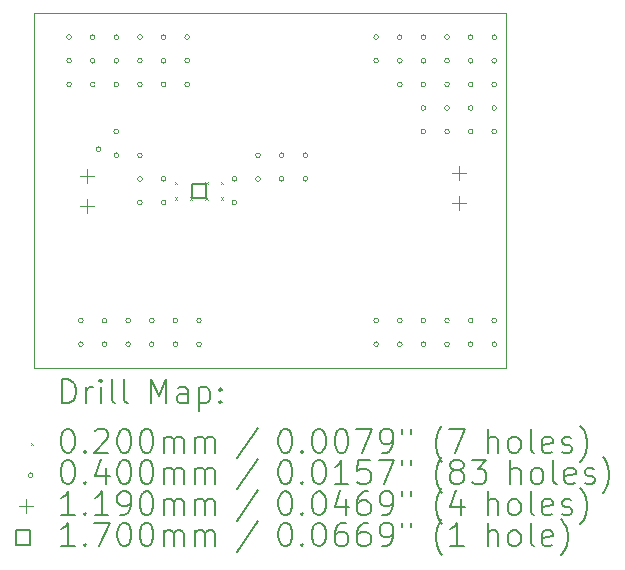
<source format=gbr>
%TF.GenerationSoftware,KiCad,Pcbnew,(7.0.0)*%
%TF.CreationDate,2023-03-31T08:30:36+02:00*%
%TF.ProjectId,MP2393,4d503233-3933-42e6-9b69-6361645f7063,rev?*%
%TF.SameCoordinates,Original*%
%TF.FileFunction,Drillmap*%
%TF.FilePolarity,Positive*%
%FSLAX45Y45*%
G04 Gerber Fmt 4.5, Leading zero omitted, Abs format (unit mm)*
G04 Created by KiCad (PCBNEW (7.0.0)) date 2023-03-31 08:30:36*
%MOMM*%
%LPD*%
G01*
G04 APERTURE LIST*
%ADD10C,0.100000*%
%ADD11C,0.200000*%
%ADD12C,0.020000*%
%ADD13C,0.040000*%
%ADD14C,0.119000*%
%ADD15C,0.170000*%
G04 APERTURE END LIST*
D10*
X16000000Y-500000D02*
X12000000Y-500000D01*
X16000000Y-3500000D02*
X16000000Y-500000D01*
X12000000Y-3500000D02*
X16000000Y-3500000D01*
X12000000Y-500000D02*
X12000000Y-3500000D01*
D11*
D12*
X13195000Y-1925000D02*
X13215000Y-1945000D01*
X13215000Y-1925000D02*
X13195000Y-1945000D01*
X13195000Y-2055000D02*
X13215000Y-2075000D01*
X13215000Y-2055000D02*
X13195000Y-2075000D01*
X13325000Y-2055000D02*
X13345000Y-2075000D01*
X13345000Y-2055000D02*
X13325000Y-2075000D01*
X13455000Y-1925000D02*
X13475000Y-1945000D01*
X13475000Y-1925000D02*
X13455000Y-1945000D01*
X13455000Y-2055000D02*
X13475000Y-2075000D01*
X13475000Y-2055000D02*
X13455000Y-2075000D01*
X13585000Y-1925000D02*
X13605000Y-1945000D01*
X13605000Y-1925000D02*
X13585000Y-1945000D01*
X13585000Y-2055000D02*
X13605000Y-2075000D01*
X13605000Y-2055000D02*
X13585000Y-2075000D01*
D13*
X12320000Y-700000D02*
G75*
G03*
X12320000Y-700000I-20000J0D01*
G01*
X12320000Y-900000D02*
G75*
G03*
X12320000Y-900000I-20000J0D01*
G01*
X12320000Y-1100000D02*
G75*
G03*
X12320000Y-1100000I-20000J0D01*
G01*
X12420000Y-3100000D02*
G75*
G03*
X12420000Y-3100000I-20000J0D01*
G01*
X12420000Y-3300000D02*
G75*
G03*
X12420000Y-3300000I-20000J0D01*
G01*
X12520000Y-700000D02*
G75*
G03*
X12520000Y-700000I-20000J0D01*
G01*
X12520000Y-900000D02*
G75*
G03*
X12520000Y-900000I-20000J0D01*
G01*
X12520000Y-1100000D02*
G75*
G03*
X12520000Y-1100000I-20000J0D01*
G01*
X12570000Y-1650000D02*
G75*
G03*
X12570000Y-1650000I-20000J0D01*
G01*
X12620000Y-3100000D02*
G75*
G03*
X12620000Y-3100000I-20000J0D01*
G01*
X12620000Y-3300000D02*
G75*
G03*
X12620000Y-3300000I-20000J0D01*
G01*
X12720000Y-700000D02*
G75*
G03*
X12720000Y-700000I-20000J0D01*
G01*
X12720000Y-900000D02*
G75*
G03*
X12720000Y-900000I-20000J0D01*
G01*
X12720000Y-1100000D02*
G75*
G03*
X12720000Y-1100000I-20000J0D01*
G01*
X12720000Y-1500000D02*
G75*
G03*
X12720000Y-1500000I-20000J0D01*
G01*
X12720000Y-1700000D02*
G75*
G03*
X12720000Y-1700000I-20000J0D01*
G01*
X12820000Y-3100000D02*
G75*
G03*
X12820000Y-3100000I-20000J0D01*
G01*
X12820000Y-3300000D02*
G75*
G03*
X12820000Y-3300000I-20000J0D01*
G01*
X12920000Y-700000D02*
G75*
G03*
X12920000Y-700000I-20000J0D01*
G01*
X12920000Y-900000D02*
G75*
G03*
X12920000Y-900000I-20000J0D01*
G01*
X12920000Y-1100000D02*
G75*
G03*
X12920000Y-1100000I-20000J0D01*
G01*
X12920000Y-1700000D02*
G75*
G03*
X12920000Y-1700000I-20000J0D01*
G01*
X12920000Y-1900000D02*
G75*
G03*
X12920000Y-1900000I-20000J0D01*
G01*
X12920000Y-2100000D02*
G75*
G03*
X12920000Y-2100000I-20000J0D01*
G01*
X13020000Y-3100000D02*
G75*
G03*
X13020000Y-3100000I-20000J0D01*
G01*
X13020000Y-3300000D02*
G75*
G03*
X13020000Y-3300000I-20000J0D01*
G01*
X13120000Y-700000D02*
G75*
G03*
X13120000Y-700000I-20000J0D01*
G01*
X13120000Y-900000D02*
G75*
G03*
X13120000Y-900000I-20000J0D01*
G01*
X13120000Y-1100000D02*
G75*
G03*
X13120000Y-1100000I-20000J0D01*
G01*
X13120000Y-1900000D02*
G75*
G03*
X13120000Y-1900000I-20000J0D01*
G01*
X13120000Y-2100000D02*
G75*
G03*
X13120000Y-2100000I-20000J0D01*
G01*
X13220000Y-3100000D02*
G75*
G03*
X13220000Y-3100000I-20000J0D01*
G01*
X13220000Y-3300000D02*
G75*
G03*
X13220000Y-3300000I-20000J0D01*
G01*
X13320000Y-700000D02*
G75*
G03*
X13320000Y-700000I-20000J0D01*
G01*
X13320000Y-900000D02*
G75*
G03*
X13320000Y-900000I-20000J0D01*
G01*
X13320000Y-1100000D02*
G75*
G03*
X13320000Y-1100000I-20000J0D01*
G01*
X13420000Y-3100000D02*
G75*
G03*
X13420000Y-3100000I-20000J0D01*
G01*
X13420000Y-3300000D02*
G75*
G03*
X13420000Y-3300000I-20000J0D01*
G01*
X13720000Y-1900000D02*
G75*
G03*
X13720000Y-1900000I-20000J0D01*
G01*
X13720000Y-2100000D02*
G75*
G03*
X13720000Y-2100000I-20000J0D01*
G01*
X13920000Y-1700000D02*
G75*
G03*
X13920000Y-1700000I-20000J0D01*
G01*
X13920000Y-1900000D02*
G75*
G03*
X13920000Y-1900000I-20000J0D01*
G01*
X14120000Y-1700000D02*
G75*
G03*
X14120000Y-1700000I-20000J0D01*
G01*
X14120000Y-1900000D02*
G75*
G03*
X14120000Y-1900000I-20000J0D01*
G01*
X14320000Y-1700000D02*
G75*
G03*
X14320000Y-1700000I-20000J0D01*
G01*
X14320000Y-1900000D02*
G75*
G03*
X14320000Y-1900000I-20000J0D01*
G01*
X14920000Y-700000D02*
G75*
G03*
X14920000Y-700000I-20000J0D01*
G01*
X14920000Y-900000D02*
G75*
G03*
X14920000Y-900000I-20000J0D01*
G01*
X14920000Y-3100000D02*
G75*
G03*
X14920000Y-3100000I-20000J0D01*
G01*
X14920000Y-3300000D02*
G75*
G03*
X14920000Y-3300000I-20000J0D01*
G01*
X15120000Y-700000D02*
G75*
G03*
X15120000Y-700000I-20000J0D01*
G01*
X15120000Y-900000D02*
G75*
G03*
X15120000Y-900000I-20000J0D01*
G01*
X15120000Y-1100000D02*
G75*
G03*
X15120000Y-1100000I-20000J0D01*
G01*
X15120000Y-3100000D02*
G75*
G03*
X15120000Y-3100000I-20000J0D01*
G01*
X15120000Y-3300000D02*
G75*
G03*
X15120000Y-3300000I-20000J0D01*
G01*
X15320000Y-700000D02*
G75*
G03*
X15320000Y-700000I-20000J0D01*
G01*
X15320000Y-900000D02*
G75*
G03*
X15320000Y-900000I-20000J0D01*
G01*
X15320000Y-1100000D02*
G75*
G03*
X15320000Y-1100000I-20000J0D01*
G01*
X15320000Y-1300000D02*
G75*
G03*
X15320000Y-1300000I-20000J0D01*
G01*
X15320000Y-1500000D02*
G75*
G03*
X15320000Y-1500000I-20000J0D01*
G01*
X15320000Y-3100000D02*
G75*
G03*
X15320000Y-3100000I-20000J0D01*
G01*
X15320000Y-3300000D02*
G75*
G03*
X15320000Y-3300000I-20000J0D01*
G01*
X15520000Y-700000D02*
G75*
G03*
X15520000Y-700000I-20000J0D01*
G01*
X15520000Y-900000D02*
G75*
G03*
X15520000Y-900000I-20000J0D01*
G01*
X15520000Y-1100000D02*
G75*
G03*
X15520000Y-1100000I-20000J0D01*
G01*
X15520000Y-1300000D02*
G75*
G03*
X15520000Y-1300000I-20000J0D01*
G01*
X15520000Y-1500000D02*
G75*
G03*
X15520000Y-1500000I-20000J0D01*
G01*
X15520000Y-3100000D02*
G75*
G03*
X15520000Y-3100000I-20000J0D01*
G01*
X15520000Y-3300000D02*
G75*
G03*
X15520000Y-3300000I-20000J0D01*
G01*
X15720000Y-700000D02*
G75*
G03*
X15720000Y-700000I-20000J0D01*
G01*
X15720000Y-900000D02*
G75*
G03*
X15720000Y-900000I-20000J0D01*
G01*
X15720000Y-1100000D02*
G75*
G03*
X15720000Y-1100000I-20000J0D01*
G01*
X15720000Y-1300000D02*
G75*
G03*
X15720000Y-1300000I-20000J0D01*
G01*
X15720000Y-1500000D02*
G75*
G03*
X15720000Y-1500000I-20000J0D01*
G01*
X15720000Y-3100000D02*
G75*
G03*
X15720000Y-3100000I-20000J0D01*
G01*
X15720000Y-3300000D02*
G75*
G03*
X15720000Y-3300000I-20000J0D01*
G01*
X15920000Y-700000D02*
G75*
G03*
X15920000Y-700000I-20000J0D01*
G01*
X15920000Y-900000D02*
G75*
G03*
X15920000Y-900000I-20000J0D01*
G01*
X15920000Y-1100000D02*
G75*
G03*
X15920000Y-1100000I-20000J0D01*
G01*
X15920000Y-1300000D02*
G75*
G03*
X15920000Y-1300000I-20000J0D01*
G01*
X15920000Y-1500000D02*
G75*
G03*
X15920000Y-1500000I-20000J0D01*
G01*
X15920000Y-3100000D02*
G75*
G03*
X15920000Y-3100000I-20000J0D01*
G01*
X15920000Y-3300000D02*
G75*
G03*
X15920000Y-3300000I-20000J0D01*
G01*
D14*
X12452000Y-1813500D02*
X12452000Y-1932500D01*
X12392500Y-1873000D02*
X12511500Y-1873000D01*
X12452000Y-2067500D02*
X12452000Y-2186500D01*
X12392500Y-2127000D02*
X12511500Y-2127000D01*
X15600000Y-1790500D02*
X15600000Y-1909500D01*
X15540500Y-1850000D02*
X15659500Y-1850000D01*
X15600000Y-2044500D02*
X15600000Y-2163500D01*
X15540500Y-2104000D02*
X15659500Y-2104000D01*
D15*
X13460105Y-2060105D02*
X13460105Y-1939895D01*
X13339895Y-1939895D01*
X13339895Y-2060105D01*
X13460105Y-2060105D01*
D11*
X12242619Y-3798476D02*
X12242619Y-3598476D01*
X12242619Y-3598476D02*
X12290238Y-3598476D01*
X12290238Y-3598476D02*
X12318809Y-3608000D01*
X12318809Y-3608000D02*
X12337857Y-3627048D01*
X12337857Y-3627048D02*
X12347381Y-3646095D01*
X12347381Y-3646095D02*
X12356905Y-3684190D01*
X12356905Y-3684190D02*
X12356905Y-3712762D01*
X12356905Y-3712762D02*
X12347381Y-3750857D01*
X12347381Y-3750857D02*
X12337857Y-3769905D01*
X12337857Y-3769905D02*
X12318809Y-3788952D01*
X12318809Y-3788952D02*
X12290238Y-3798476D01*
X12290238Y-3798476D02*
X12242619Y-3798476D01*
X12442619Y-3798476D02*
X12442619Y-3665143D01*
X12442619Y-3703238D02*
X12452143Y-3684190D01*
X12452143Y-3684190D02*
X12461667Y-3674667D01*
X12461667Y-3674667D02*
X12480714Y-3665143D01*
X12480714Y-3665143D02*
X12499762Y-3665143D01*
X12566428Y-3798476D02*
X12566428Y-3665143D01*
X12566428Y-3598476D02*
X12556905Y-3608000D01*
X12556905Y-3608000D02*
X12566428Y-3617524D01*
X12566428Y-3617524D02*
X12575952Y-3608000D01*
X12575952Y-3608000D02*
X12566428Y-3598476D01*
X12566428Y-3598476D02*
X12566428Y-3617524D01*
X12690238Y-3798476D02*
X12671190Y-3788952D01*
X12671190Y-3788952D02*
X12661667Y-3769905D01*
X12661667Y-3769905D02*
X12661667Y-3598476D01*
X12795000Y-3798476D02*
X12775952Y-3788952D01*
X12775952Y-3788952D02*
X12766428Y-3769905D01*
X12766428Y-3769905D02*
X12766428Y-3598476D01*
X12991190Y-3798476D02*
X12991190Y-3598476D01*
X12991190Y-3598476D02*
X13057857Y-3741333D01*
X13057857Y-3741333D02*
X13124524Y-3598476D01*
X13124524Y-3598476D02*
X13124524Y-3798476D01*
X13305476Y-3798476D02*
X13305476Y-3693714D01*
X13305476Y-3693714D02*
X13295952Y-3674667D01*
X13295952Y-3674667D02*
X13276905Y-3665143D01*
X13276905Y-3665143D02*
X13238809Y-3665143D01*
X13238809Y-3665143D02*
X13219762Y-3674667D01*
X13305476Y-3788952D02*
X13286428Y-3798476D01*
X13286428Y-3798476D02*
X13238809Y-3798476D01*
X13238809Y-3798476D02*
X13219762Y-3788952D01*
X13219762Y-3788952D02*
X13210238Y-3769905D01*
X13210238Y-3769905D02*
X13210238Y-3750857D01*
X13210238Y-3750857D02*
X13219762Y-3731809D01*
X13219762Y-3731809D02*
X13238809Y-3722286D01*
X13238809Y-3722286D02*
X13286428Y-3722286D01*
X13286428Y-3722286D02*
X13305476Y-3712762D01*
X13400714Y-3665143D02*
X13400714Y-3865143D01*
X13400714Y-3674667D02*
X13419762Y-3665143D01*
X13419762Y-3665143D02*
X13457857Y-3665143D01*
X13457857Y-3665143D02*
X13476905Y-3674667D01*
X13476905Y-3674667D02*
X13486428Y-3684190D01*
X13486428Y-3684190D02*
X13495952Y-3703238D01*
X13495952Y-3703238D02*
X13495952Y-3760381D01*
X13495952Y-3760381D02*
X13486428Y-3779428D01*
X13486428Y-3779428D02*
X13476905Y-3788952D01*
X13476905Y-3788952D02*
X13457857Y-3798476D01*
X13457857Y-3798476D02*
X13419762Y-3798476D01*
X13419762Y-3798476D02*
X13400714Y-3788952D01*
X13581667Y-3779428D02*
X13591190Y-3788952D01*
X13591190Y-3788952D02*
X13581667Y-3798476D01*
X13581667Y-3798476D02*
X13572143Y-3788952D01*
X13572143Y-3788952D02*
X13581667Y-3779428D01*
X13581667Y-3779428D02*
X13581667Y-3798476D01*
X13581667Y-3674667D02*
X13591190Y-3684190D01*
X13591190Y-3684190D02*
X13581667Y-3693714D01*
X13581667Y-3693714D02*
X13572143Y-3684190D01*
X13572143Y-3684190D02*
X13581667Y-3674667D01*
X13581667Y-3674667D02*
X13581667Y-3693714D01*
D12*
X11975000Y-4135000D02*
X11995000Y-4155000D01*
X11995000Y-4135000D02*
X11975000Y-4155000D01*
D11*
X12280714Y-4018476D02*
X12299762Y-4018476D01*
X12299762Y-4018476D02*
X12318809Y-4028000D01*
X12318809Y-4028000D02*
X12328333Y-4037524D01*
X12328333Y-4037524D02*
X12337857Y-4056571D01*
X12337857Y-4056571D02*
X12347381Y-4094667D01*
X12347381Y-4094667D02*
X12347381Y-4142286D01*
X12347381Y-4142286D02*
X12337857Y-4180381D01*
X12337857Y-4180381D02*
X12328333Y-4199429D01*
X12328333Y-4199429D02*
X12318809Y-4208952D01*
X12318809Y-4208952D02*
X12299762Y-4218476D01*
X12299762Y-4218476D02*
X12280714Y-4218476D01*
X12280714Y-4218476D02*
X12261667Y-4208952D01*
X12261667Y-4208952D02*
X12252143Y-4199429D01*
X12252143Y-4199429D02*
X12242619Y-4180381D01*
X12242619Y-4180381D02*
X12233095Y-4142286D01*
X12233095Y-4142286D02*
X12233095Y-4094667D01*
X12233095Y-4094667D02*
X12242619Y-4056571D01*
X12242619Y-4056571D02*
X12252143Y-4037524D01*
X12252143Y-4037524D02*
X12261667Y-4028000D01*
X12261667Y-4028000D02*
X12280714Y-4018476D01*
X12433095Y-4199429D02*
X12442619Y-4208952D01*
X12442619Y-4208952D02*
X12433095Y-4218476D01*
X12433095Y-4218476D02*
X12423571Y-4208952D01*
X12423571Y-4208952D02*
X12433095Y-4199429D01*
X12433095Y-4199429D02*
X12433095Y-4218476D01*
X12518809Y-4037524D02*
X12528333Y-4028000D01*
X12528333Y-4028000D02*
X12547381Y-4018476D01*
X12547381Y-4018476D02*
X12595000Y-4018476D01*
X12595000Y-4018476D02*
X12614048Y-4028000D01*
X12614048Y-4028000D02*
X12623571Y-4037524D01*
X12623571Y-4037524D02*
X12633095Y-4056571D01*
X12633095Y-4056571D02*
X12633095Y-4075619D01*
X12633095Y-4075619D02*
X12623571Y-4104190D01*
X12623571Y-4104190D02*
X12509286Y-4218476D01*
X12509286Y-4218476D02*
X12633095Y-4218476D01*
X12756905Y-4018476D02*
X12775952Y-4018476D01*
X12775952Y-4018476D02*
X12795000Y-4028000D01*
X12795000Y-4028000D02*
X12804524Y-4037524D01*
X12804524Y-4037524D02*
X12814048Y-4056571D01*
X12814048Y-4056571D02*
X12823571Y-4094667D01*
X12823571Y-4094667D02*
X12823571Y-4142286D01*
X12823571Y-4142286D02*
X12814048Y-4180381D01*
X12814048Y-4180381D02*
X12804524Y-4199429D01*
X12804524Y-4199429D02*
X12795000Y-4208952D01*
X12795000Y-4208952D02*
X12775952Y-4218476D01*
X12775952Y-4218476D02*
X12756905Y-4218476D01*
X12756905Y-4218476D02*
X12737857Y-4208952D01*
X12737857Y-4208952D02*
X12728333Y-4199429D01*
X12728333Y-4199429D02*
X12718809Y-4180381D01*
X12718809Y-4180381D02*
X12709286Y-4142286D01*
X12709286Y-4142286D02*
X12709286Y-4094667D01*
X12709286Y-4094667D02*
X12718809Y-4056571D01*
X12718809Y-4056571D02*
X12728333Y-4037524D01*
X12728333Y-4037524D02*
X12737857Y-4028000D01*
X12737857Y-4028000D02*
X12756905Y-4018476D01*
X12947381Y-4018476D02*
X12966429Y-4018476D01*
X12966429Y-4018476D02*
X12985476Y-4028000D01*
X12985476Y-4028000D02*
X12995000Y-4037524D01*
X12995000Y-4037524D02*
X13004524Y-4056571D01*
X13004524Y-4056571D02*
X13014048Y-4094667D01*
X13014048Y-4094667D02*
X13014048Y-4142286D01*
X13014048Y-4142286D02*
X13004524Y-4180381D01*
X13004524Y-4180381D02*
X12995000Y-4199429D01*
X12995000Y-4199429D02*
X12985476Y-4208952D01*
X12985476Y-4208952D02*
X12966429Y-4218476D01*
X12966429Y-4218476D02*
X12947381Y-4218476D01*
X12947381Y-4218476D02*
X12928333Y-4208952D01*
X12928333Y-4208952D02*
X12918809Y-4199429D01*
X12918809Y-4199429D02*
X12909286Y-4180381D01*
X12909286Y-4180381D02*
X12899762Y-4142286D01*
X12899762Y-4142286D02*
X12899762Y-4094667D01*
X12899762Y-4094667D02*
X12909286Y-4056571D01*
X12909286Y-4056571D02*
X12918809Y-4037524D01*
X12918809Y-4037524D02*
X12928333Y-4028000D01*
X12928333Y-4028000D02*
X12947381Y-4018476D01*
X13099762Y-4218476D02*
X13099762Y-4085143D01*
X13099762Y-4104190D02*
X13109286Y-4094667D01*
X13109286Y-4094667D02*
X13128333Y-4085143D01*
X13128333Y-4085143D02*
X13156905Y-4085143D01*
X13156905Y-4085143D02*
X13175952Y-4094667D01*
X13175952Y-4094667D02*
X13185476Y-4113714D01*
X13185476Y-4113714D02*
X13185476Y-4218476D01*
X13185476Y-4113714D02*
X13195000Y-4094667D01*
X13195000Y-4094667D02*
X13214048Y-4085143D01*
X13214048Y-4085143D02*
X13242619Y-4085143D01*
X13242619Y-4085143D02*
X13261667Y-4094667D01*
X13261667Y-4094667D02*
X13271190Y-4113714D01*
X13271190Y-4113714D02*
X13271190Y-4218476D01*
X13366429Y-4218476D02*
X13366429Y-4085143D01*
X13366429Y-4104190D02*
X13375952Y-4094667D01*
X13375952Y-4094667D02*
X13395000Y-4085143D01*
X13395000Y-4085143D02*
X13423571Y-4085143D01*
X13423571Y-4085143D02*
X13442619Y-4094667D01*
X13442619Y-4094667D02*
X13452143Y-4113714D01*
X13452143Y-4113714D02*
X13452143Y-4218476D01*
X13452143Y-4113714D02*
X13461667Y-4094667D01*
X13461667Y-4094667D02*
X13480714Y-4085143D01*
X13480714Y-4085143D02*
X13509286Y-4085143D01*
X13509286Y-4085143D02*
X13528333Y-4094667D01*
X13528333Y-4094667D02*
X13537857Y-4113714D01*
X13537857Y-4113714D02*
X13537857Y-4218476D01*
X13895952Y-4008952D02*
X13724524Y-4266095D01*
X14120714Y-4018476D02*
X14139762Y-4018476D01*
X14139762Y-4018476D02*
X14158810Y-4028000D01*
X14158810Y-4028000D02*
X14168333Y-4037524D01*
X14168333Y-4037524D02*
X14177857Y-4056571D01*
X14177857Y-4056571D02*
X14187381Y-4094667D01*
X14187381Y-4094667D02*
X14187381Y-4142286D01*
X14187381Y-4142286D02*
X14177857Y-4180381D01*
X14177857Y-4180381D02*
X14168333Y-4199429D01*
X14168333Y-4199429D02*
X14158810Y-4208952D01*
X14158810Y-4208952D02*
X14139762Y-4218476D01*
X14139762Y-4218476D02*
X14120714Y-4218476D01*
X14120714Y-4218476D02*
X14101667Y-4208952D01*
X14101667Y-4208952D02*
X14092143Y-4199429D01*
X14092143Y-4199429D02*
X14082619Y-4180381D01*
X14082619Y-4180381D02*
X14073095Y-4142286D01*
X14073095Y-4142286D02*
X14073095Y-4094667D01*
X14073095Y-4094667D02*
X14082619Y-4056571D01*
X14082619Y-4056571D02*
X14092143Y-4037524D01*
X14092143Y-4037524D02*
X14101667Y-4028000D01*
X14101667Y-4028000D02*
X14120714Y-4018476D01*
X14273095Y-4199429D02*
X14282619Y-4208952D01*
X14282619Y-4208952D02*
X14273095Y-4218476D01*
X14273095Y-4218476D02*
X14263571Y-4208952D01*
X14263571Y-4208952D02*
X14273095Y-4199429D01*
X14273095Y-4199429D02*
X14273095Y-4218476D01*
X14406429Y-4018476D02*
X14425476Y-4018476D01*
X14425476Y-4018476D02*
X14444524Y-4028000D01*
X14444524Y-4028000D02*
X14454048Y-4037524D01*
X14454048Y-4037524D02*
X14463571Y-4056571D01*
X14463571Y-4056571D02*
X14473095Y-4094667D01*
X14473095Y-4094667D02*
X14473095Y-4142286D01*
X14473095Y-4142286D02*
X14463571Y-4180381D01*
X14463571Y-4180381D02*
X14454048Y-4199429D01*
X14454048Y-4199429D02*
X14444524Y-4208952D01*
X14444524Y-4208952D02*
X14425476Y-4218476D01*
X14425476Y-4218476D02*
X14406429Y-4218476D01*
X14406429Y-4218476D02*
X14387381Y-4208952D01*
X14387381Y-4208952D02*
X14377857Y-4199429D01*
X14377857Y-4199429D02*
X14368333Y-4180381D01*
X14368333Y-4180381D02*
X14358810Y-4142286D01*
X14358810Y-4142286D02*
X14358810Y-4094667D01*
X14358810Y-4094667D02*
X14368333Y-4056571D01*
X14368333Y-4056571D02*
X14377857Y-4037524D01*
X14377857Y-4037524D02*
X14387381Y-4028000D01*
X14387381Y-4028000D02*
X14406429Y-4018476D01*
X14596905Y-4018476D02*
X14615952Y-4018476D01*
X14615952Y-4018476D02*
X14635000Y-4028000D01*
X14635000Y-4028000D02*
X14644524Y-4037524D01*
X14644524Y-4037524D02*
X14654048Y-4056571D01*
X14654048Y-4056571D02*
X14663571Y-4094667D01*
X14663571Y-4094667D02*
X14663571Y-4142286D01*
X14663571Y-4142286D02*
X14654048Y-4180381D01*
X14654048Y-4180381D02*
X14644524Y-4199429D01*
X14644524Y-4199429D02*
X14635000Y-4208952D01*
X14635000Y-4208952D02*
X14615952Y-4218476D01*
X14615952Y-4218476D02*
X14596905Y-4218476D01*
X14596905Y-4218476D02*
X14577857Y-4208952D01*
X14577857Y-4208952D02*
X14568333Y-4199429D01*
X14568333Y-4199429D02*
X14558810Y-4180381D01*
X14558810Y-4180381D02*
X14549286Y-4142286D01*
X14549286Y-4142286D02*
X14549286Y-4094667D01*
X14549286Y-4094667D02*
X14558810Y-4056571D01*
X14558810Y-4056571D02*
X14568333Y-4037524D01*
X14568333Y-4037524D02*
X14577857Y-4028000D01*
X14577857Y-4028000D02*
X14596905Y-4018476D01*
X14730238Y-4018476D02*
X14863571Y-4018476D01*
X14863571Y-4018476D02*
X14777857Y-4218476D01*
X14949286Y-4218476D02*
X14987381Y-4218476D01*
X14987381Y-4218476D02*
X15006429Y-4208952D01*
X15006429Y-4208952D02*
X15015952Y-4199429D01*
X15015952Y-4199429D02*
X15035000Y-4170857D01*
X15035000Y-4170857D02*
X15044524Y-4132762D01*
X15044524Y-4132762D02*
X15044524Y-4056571D01*
X15044524Y-4056571D02*
X15035000Y-4037524D01*
X15035000Y-4037524D02*
X15025476Y-4028000D01*
X15025476Y-4028000D02*
X15006429Y-4018476D01*
X15006429Y-4018476D02*
X14968333Y-4018476D01*
X14968333Y-4018476D02*
X14949286Y-4028000D01*
X14949286Y-4028000D02*
X14939762Y-4037524D01*
X14939762Y-4037524D02*
X14930238Y-4056571D01*
X14930238Y-4056571D02*
X14930238Y-4104190D01*
X14930238Y-4104190D02*
X14939762Y-4123238D01*
X14939762Y-4123238D02*
X14949286Y-4132762D01*
X14949286Y-4132762D02*
X14968333Y-4142286D01*
X14968333Y-4142286D02*
X15006429Y-4142286D01*
X15006429Y-4142286D02*
X15025476Y-4132762D01*
X15025476Y-4132762D02*
X15035000Y-4123238D01*
X15035000Y-4123238D02*
X15044524Y-4104190D01*
X15120714Y-4018476D02*
X15120714Y-4056571D01*
X15196905Y-4018476D02*
X15196905Y-4056571D01*
X15459762Y-4294667D02*
X15450238Y-4285143D01*
X15450238Y-4285143D02*
X15431191Y-4256571D01*
X15431191Y-4256571D02*
X15421667Y-4237524D01*
X15421667Y-4237524D02*
X15412143Y-4208952D01*
X15412143Y-4208952D02*
X15402619Y-4161333D01*
X15402619Y-4161333D02*
X15402619Y-4123238D01*
X15402619Y-4123238D02*
X15412143Y-4075619D01*
X15412143Y-4075619D02*
X15421667Y-4047048D01*
X15421667Y-4047048D02*
X15431191Y-4028000D01*
X15431191Y-4028000D02*
X15450238Y-3999428D01*
X15450238Y-3999428D02*
X15459762Y-3989905D01*
X15516905Y-4018476D02*
X15650238Y-4018476D01*
X15650238Y-4018476D02*
X15564524Y-4218476D01*
X15846429Y-4218476D02*
X15846429Y-4018476D01*
X15932143Y-4218476D02*
X15932143Y-4113714D01*
X15932143Y-4113714D02*
X15922619Y-4094667D01*
X15922619Y-4094667D02*
X15903572Y-4085143D01*
X15903572Y-4085143D02*
X15875000Y-4085143D01*
X15875000Y-4085143D02*
X15855952Y-4094667D01*
X15855952Y-4094667D02*
X15846429Y-4104190D01*
X16055952Y-4218476D02*
X16036905Y-4208952D01*
X16036905Y-4208952D02*
X16027381Y-4199429D01*
X16027381Y-4199429D02*
X16017857Y-4180381D01*
X16017857Y-4180381D02*
X16017857Y-4123238D01*
X16017857Y-4123238D02*
X16027381Y-4104190D01*
X16027381Y-4104190D02*
X16036905Y-4094667D01*
X16036905Y-4094667D02*
X16055952Y-4085143D01*
X16055952Y-4085143D02*
X16084524Y-4085143D01*
X16084524Y-4085143D02*
X16103572Y-4094667D01*
X16103572Y-4094667D02*
X16113095Y-4104190D01*
X16113095Y-4104190D02*
X16122619Y-4123238D01*
X16122619Y-4123238D02*
X16122619Y-4180381D01*
X16122619Y-4180381D02*
X16113095Y-4199429D01*
X16113095Y-4199429D02*
X16103572Y-4208952D01*
X16103572Y-4208952D02*
X16084524Y-4218476D01*
X16084524Y-4218476D02*
X16055952Y-4218476D01*
X16236905Y-4218476D02*
X16217857Y-4208952D01*
X16217857Y-4208952D02*
X16208333Y-4189905D01*
X16208333Y-4189905D02*
X16208333Y-4018476D01*
X16389286Y-4208952D02*
X16370238Y-4218476D01*
X16370238Y-4218476D02*
X16332143Y-4218476D01*
X16332143Y-4218476D02*
X16313095Y-4208952D01*
X16313095Y-4208952D02*
X16303572Y-4189905D01*
X16303572Y-4189905D02*
X16303572Y-4113714D01*
X16303572Y-4113714D02*
X16313095Y-4094667D01*
X16313095Y-4094667D02*
X16332143Y-4085143D01*
X16332143Y-4085143D02*
X16370238Y-4085143D01*
X16370238Y-4085143D02*
X16389286Y-4094667D01*
X16389286Y-4094667D02*
X16398810Y-4113714D01*
X16398810Y-4113714D02*
X16398810Y-4132762D01*
X16398810Y-4132762D02*
X16303572Y-4151809D01*
X16475000Y-4208952D02*
X16494048Y-4218476D01*
X16494048Y-4218476D02*
X16532143Y-4218476D01*
X16532143Y-4218476D02*
X16551191Y-4208952D01*
X16551191Y-4208952D02*
X16560714Y-4189905D01*
X16560714Y-4189905D02*
X16560714Y-4180381D01*
X16560714Y-4180381D02*
X16551191Y-4161333D01*
X16551191Y-4161333D02*
X16532143Y-4151809D01*
X16532143Y-4151809D02*
X16503572Y-4151809D01*
X16503572Y-4151809D02*
X16484524Y-4142286D01*
X16484524Y-4142286D02*
X16475000Y-4123238D01*
X16475000Y-4123238D02*
X16475000Y-4113714D01*
X16475000Y-4113714D02*
X16484524Y-4094667D01*
X16484524Y-4094667D02*
X16503572Y-4085143D01*
X16503572Y-4085143D02*
X16532143Y-4085143D01*
X16532143Y-4085143D02*
X16551191Y-4094667D01*
X16627381Y-4294667D02*
X16636905Y-4285143D01*
X16636905Y-4285143D02*
X16655953Y-4256571D01*
X16655953Y-4256571D02*
X16665476Y-4237524D01*
X16665476Y-4237524D02*
X16675000Y-4208952D01*
X16675000Y-4208952D02*
X16684524Y-4161333D01*
X16684524Y-4161333D02*
X16684524Y-4123238D01*
X16684524Y-4123238D02*
X16675000Y-4075619D01*
X16675000Y-4075619D02*
X16665476Y-4047048D01*
X16665476Y-4047048D02*
X16655953Y-4028000D01*
X16655953Y-4028000D02*
X16636905Y-3999428D01*
X16636905Y-3999428D02*
X16627381Y-3989905D01*
D13*
X11995000Y-4409000D02*
G75*
G03*
X11995000Y-4409000I-20000J0D01*
G01*
D11*
X12280714Y-4282476D02*
X12299762Y-4282476D01*
X12299762Y-4282476D02*
X12318809Y-4292000D01*
X12318809Y-4292000D02*
X12328333Y-4301524D01*
X12328333Y-4301524D02*
X12337857Y-4320571D01*
X12337857Y-4320571D02*
X12347381Y-4358667D01*
X12347381Y-4358667D02*
X12347381Y-4406286D01*
X12347381Y-4406286D02*
X12337857Y-4444381D01*
X12337857Y-4444381D02*
X12328333Y-4463429D01*
X12328333Y-4463429D02*
X12318809Y-4472952D01*
X12318809Y-4472952D02*
X12299762Y-4482476D01*
X12299762Y-4482476D02*
X12280714Y-4482476D01*
X12280714Y-4482476D02*
X12261667Y-4472952D01*
X12261667Y-4472952D02*
X12252143Y-4463429D01*
X12252143Y-4463429D02*
X12242619Y-4444381D01*
X12242619Y-4444381D02*
X12233095Y-4406286D01*
X12233095Y-4406286D02*
X12233095Y-4358667D01*
X12233095Y-4358667D02*
X12242619Y-4320571D01*
X12242619Y-4320571D02*
X12252143Y-4301524D01*
X12252143Y-4301524D02*
X12261667Y-4292000D01*
X12261667Y-4292000D02*
X12280714Y-4282476D01*
X12433095Y-4463429D02*
X12442619Y-4472952D01*
X12442619Y-4472952D02*
X12433095Y-4482476D01*
X12433095Y-4482476D02*
X12423571Y-4472952D01*
X12423571Y-4472952D02*
X12433095Y-4463429D01*
X12433095Y-4463429D02*
X12433095Y-4482476D01*
X12614048Y-4349143D02*
X12614048Y-4482476D01*
X12566428Y-4272952D02*
X12518809Y-4415810D01*
X12518809Y-4415810D02*
X12642619Y-4415810D01*
X12756905Y-4282476D02*
X12775952Y-4282476D01*
X12775952Y-4282476D02*
X12795000Y-4292000D01*
X12795000Y-4292000D02*
X12804524Y-4301524D01*
X12804524Y-4301524D02*
X12814048Y-4320571D01*
X12814048Y-4320571D02*
X12823571Y-4358667D01*
X12823571Y-4358667D02*
X12823571Y-4406286D01*
X12823571Y-4406286D02*
X12814048Y-4444381D01*
X12814048Y-4444381D02*
X12804524Y-4463429D01*
X12804524Y-4463429D02*
X12795000Y-4472952D01*
X12795000Y-4472952D02*
X12775952Y-4482476D01*
X12775952Y-4482476D02*
X12756905Y-4482476D01*
X12756905Y-4482476D02*
X12737857Y-4472952D01*
X12737857Y-4472952D02*
X12728333Y-4463429D01*
X12728333Y-4463429D02*
X12718809Y-4444381D01*
X12718809Y-4444381D02*
X12709286Y-4406286D01*
X12709286Y-4406286D02*
X12709286Y-4358667D01*
X12709286Y-4358667D02*
X12718809Y-4320571D01*
X12718809Y-4320571D02*
X12728333Y-4301524D01*
X12728333Y-4301524D02*
X12737857Y-4292000D01*
X12737857Y-4292000D02*
X12756905Y-4282476D01*
X12947381Y-4282476D02*
X12966429Y-4282476D01*
X12966429Y-4282476D02*
X12985476Y-4292000D01*
X12985476Y-4292000D02*
X12995000Y-4301524D01*
X12995000Y-4301524D02*
X13004524Y-4320571D01*
X13004524Y-4320571D02*
X13014048Y-4358667D01*
X13014048Y-4358667D02*
X13014048Y-4406286D01*
X13014048Y-4406286D02*
X13004524Y-4444381D01*
X13004524Y-4444381D02*
X12995000Y-4463429D01*
X12995000Y-4463429D02*
X12985476Y-4472952D01*
X12985476Y-4472952D02*
X12966429Y-4482476D01*
X12966429Y-4482476D02*
X12947381Y-4482476D01*
X12947381Y-4482476D02*
X12928333Y-4472952D01*
X12928333Y-4472952D02*
X12918809Y-4463429D01*
X12918809Y-4463429D02*
X12909286Y-4444381D01*
X12909286Y-4444381D02*
X12899762Y-4406286D01*
X12899762Y-4406286D02*
X12899762Y-4358667D01*
X12899762Y-4358667D02*
X12909286Y-4320571D01*
X12909286Y-4320571D02*
X12918809Y-4301524D01*
X12918809Y-4301524D02*
X12928333Y-4292000D01*
X12928333Y-4292000D02*
X12947381Y-4282476D01*
X13099762Y-4482476D02*
X13099762Y-4349143D01*
X13099762Y-4368190D02*
X13109286Y-4358667D01*
X13109286Y-4358667D02*
X13128333Y-4349143D01*
X13128333Y-4349143D02*
X13156905Y-4349143D01*
X13156905Y-4349143D02*
X13175952Y-4358667D01*
X13175952Y-4358667D02*
X13185476Y-4377714D01*
X13185476Y-4377714D02*
X13185476Y-4482476D01*
X13185476Y-4377714D02*
X13195000Y-4358667D01*
X13195000Y-4358667D02*
X13214048Y-4349143D01*
X13214048Y-4349143D02*
X13242619Y-4349143D01*
X13242619Y-4349143D02*
X13261667Y-4358667D01*
X13261667Y-4358667D02*
X13271190Y-4377714D01*
X13271190Y-4377714D02*
X13271190Y-4482476D01*
X13366429Y-4482476D02*
X13366429Y-4349143D01*
X13366429Y-4368190D02*
X13375952Y-4358667D01*
X13375952Y-4358667D02*
X13395000Y-4349143D01*
X13395000Y-4349143D02*
X13423571Y-4349143D01*
X13423571Y-4349143D02*
X13442619Y-4358667D01*
X13442619Y-4358667D02*
X13452143Y-4377714D01*
X13452143Y-4377714D02*
X13452143Y-4482476D01*
X13452143Y-4377714D02*
X13461667Y-4358667D01*
X13461667Y-4358667D02*
X13480714Y-4349143D01*
X13480714Y-4349143D02*
X13509286Y-4349143D01*
X13509286Y-4349143D02*
X13528333Y-4358667D01*
X13528333Y-4358667D02*
X13537857Y-4377714D01*
X13537857Y-4377714D02*
X13537857Y-4482476D01*
X13895952Y-4272952D02*
X13724524Y-4530095D01*
X14120714Y-4282476D02*
X14139762Y-4282476D01*
X14139762Y-4282476D02*
X14158810Y-4292000D01*
X14158810Y-4292000D02*
X14168333Y-4301524D01*
X14168333Y-4301524D02*
X14177857Y-4320571D01*
X14177857Y-4320571D02*
X14187381Y-4358667D01*
X14187381Y-4358667D02*
X14187381Y-4406286D01*
X14187381Y-4406286D02*
X14177857Y-4444381D01*
X14177857Y-4444381D02*
X14168333Y-4463429D01*
X14168333Y-4463429D02*
X14158810Y-4472952D01*
X14158810Y-4472952D02*
X14139762Y-4482476D01*
X14139762Y-4482476D02*
X14120714Y-4482476D01*
X14120714Y-4482476D02*
X14101667Y-4472952D01*
X14101667Y-4472952D02*
X14092143Y-4463429D01*
X14092143Y-4463429D02*
X14082619Y-4444381D01*
X14082619Y-4444381D02*
X14073095Y-4406286D01*
X14073095Y-4406286D02*
X14073095Y-4358667D01*
X14073095Y-4358667D02*
X14082619Y-4320571D01*
X14082619Y-4320571D02*
X14092143Y-4301524D01*
X14092143Y-4301524D02*
X14101667Y-4292000D01*
X14101667Y-4292000D02*
X14120714Y-4282476D01*
X14273095Y-4463429D02*
X14282619Y-4472952D01*
X14282619Y-4472952D02*
X14273095Y-4482476D01*
X14273095Y-4482476D02*
X14263571Y-4472952D01*
X14263571Y-4472952D02*
X14273095Y-4463429D01*
X14273095Y-4463429D02*
X14273095Y-4482476D01*
X14406429Y-4282476D02*
X14425476Y-4282476D01*
X14425476Y-4282476D02*
X14444524Y-4292000D01*
X14444524Y-4292000D02*
X14454048Y-4301524D01*
X14454048Y-4301524D02*
X14463571Y-4320571D01*
X14463571Y-4320571D02*
X14473095Y-4358667D01*
X14473095Y-4358667D02*
X14473095Y-4406286D01*
X14473095Y-4406286D02*
X14463571Y-4444381D01*
X14463571Y-4444381D02*
X14454048Y-4463429D01*
X14454048Y-4463429D02*
X14444524Y-4472952D01*
X14444524Y-4472952D02*
X14425476Y-4482476D01*
X14425476Y-4482476D02*
X14406429Y-4482476D01*
X14406429Y-4482476D02*
X14387381Y-4472952D01*
X14387381Y-4472952D02*
X14377857Y-4463429D01*
X14377857Y-4463429D02*
X14368333Y-4444381D01*
X14368333Y-4444381D02*
X14358810Y-4406286D01*
X14358810Y-4406286D02*
X14358810Y-4358667D01*
X14358810Y-4358667D02*
X14368333Y-4320571D01*
X14368333Y-4320571D02*
X14377857Y-4301524D01*
X14377857Y-4301524D02*
X14387381Y-4292000D01*
X14387381Y-4292000D02*
X14406429Y-4282476D01*
X14663571Y-4482476D02*
X14549286Y-4482476D01*
X14606429Y-4482476D02*
X14606429Y-4282476D01*
X14606429Y-4282476D02*
X14587381Y-4311048D01*
X14587381Y-4311048D02*
X14568333Y-4330095D01*
X14568333Y-4330095D02*
X14549286Y-4339619D01*
X14844524Y-4282476D02*
X14749286Y-4282476D01*
X14749286Y-4282476D02*
X14739762Y-4377714D01*
X14739762Y-4377714D02*
X14749286Y-4368190D01*
X14749286Y-4368190D02*
X14768333Y-4358667D01*
X14768333Y-4358667D02*
X14815952Y-4358667D01*
X14815952Y-4358667D02*
X14835000Y-4368190D01*
X14835000Y-4368190D02*
X14844524Y-4377714D01*
X14844524Y-4377714D02*
X14854048Y-4396762D01*
X14854048Y-4396762D02*
X14854048Y-4444381D01*
X14854048Y-4444381D02*
X14844524Y-4463429D01*
X14844524Y-4463429D02*
X14835000Y-4472952D01*
X14835000Y-4472952D02*
X14815952Y-4482476D01*
X14815952Y-4482476D02*
X14768333Y-4482476D01*
X14768333Y-4482476D02*
X14749286Y-4472952D01*
X14749286Y-4472952D02*
X14739762Y-4463429D01*
X14920714Y-4282476D02*
X15054048Y-4282476D01*
X15054048Y-4282476D02*
X14968333Y-4482476D01*
X15120714Y-4282476D02*
X15120714Y-4320571D01*
X15196905Y-4282476D02*
X15196905Y-4320571D01*
X15459762Y-4558667D02*
X15450238Y-4549143D01*
X15450238Y-4549143D02*
X15431191Y-4520571D01*
X15431191Y-4520571D02*
X15421667Y-4501524D01*
X15421667Y-4501524D02*
X15412143Y-4472952D01*
X15412143Y-4472952D02*
X15402619Y-4425333D01*
X15402619Y-4425333D02*
X15402619Y-4387238D01*
X15402619Y-4387238D02*
X15412143Y-4339619D01*
X15412143Y-4339619D02*
X15421667Y-4311048D01*
X15421667Y-4311048D02*
X15431191Y-4292000D01*
X15431191Y-4292000D02*
X15450238Y-4263429D01*
X15450238Y-4263429D02*
X15459762Y-4253905D01*
X15564524Y-4368190D02*
X15545476Y-4358667D01*
X15545476Y-4358667D02*
X15535952Y-4349143D01*
X15535952Y-4349143D02*
X15526429Y-4330095D01*
X15526429Y-4330095D02*
X15526429Y-4320571D01*
X15526429Y-4320571D02*
X15535952Y-4301524D01*
X15535952Y-4301524D02*
X15545476Y-4292000D01*
X15545476Y-4292000D02*
X15564524Y-4282476D01*
X15564524Y-4282476D02*
X15602619Y-4282476D01*
X15602619Y-4282476D02*
X15621667Y-4292000D01*
X15621667Y-4292000D02*
X15631191Y-4301524D01*
X15631191Y-4301524D02*
X15640714Y-4320571D01*
X15640714Y-4320571D02*
X15640714Y-4330095D01*
X15640714Y-4330095D02*
X15631191Y-4349143D01*
X15631191Y-4349143D02*
X15621667Y-4358667D01*
X15621667Y-4358667D02*
X15602619Y-4368190D01*
X15602619Y-4368190D02*
X15564524Y-4368190D01*
X15564524Y-4368190D02*
X15545476Y-4377714D01*
X15545476Y-4377714D02*
X15535952Y-4387238D01*
X15535952Y-4387238D02*
X15526429Y-4406286D01*
X15526429Y-4406286D02*
X15526429Y-4444381D01*
X15526429Y-4444381D02*
X15535952Y-4463429D01*
X15535952Y-4463429D02*
X15545476Y-4472952D01*
X15545476Y-4472952D02*
X15564524Y-4482476D01*
X15564524Y-4482476D02*
X15602619Y-4482476D01*
X15602619Y-4482476D02*
X15621667Y-4472952D01*
X15621667Y-4472952D02*
X15631191Y-4463429D01*
X15631191Y-4463429D02*
X15640714Y-4444381D01*
X15640714Y-4444381D02*
X15640714Y-4406286D01*
X15640714Y-4406286D02*
X15631191Y-4387238D01*
X15631191Y-4387238D02*
X15621667Y-4377714D01*
X15621667Y-4377714D02*
X15602619Y-4368190D01*
X15707381Y-4282476D02*
X15831191Y-4282476D01*
X15831191Y-4282476D02*
X15764524Y-4358667D01*
X15764524Y-4358667D02*
X15793095Y-4358667D01*
X15793095Y-4358667D02*
X15812143Y-4368190D01*
X15812143Y-4368190D02*
X15821667Y-4377714D01*
X15821667Y-4377714D02*
X15831191Y-4396762D01*
X15831191Y-4396762D02*
X15831191Y-4444381D01*
X15831191Y-4444381D02*
X15821667Y-4463429D01*
X15821667Y-4463429D02*
X15812143Y-4472952D01*
X15812143Y-4472952D02*
X15793095Y-4482476D01*
X15793095Y-4482476D02*
X15735952Y-4482476D01*
X15735952Y-4482476D02*
X15716905Y-4472952D01*
X15716905Y-4472952D02*
X15707381Y-4463429D01*
X16036905Y-4482476D02*
X16036905Y-4282476D01*
X16122619Y-4482476D02*
X16122619Y-4377714D01*
X16122619Y-4377714D02*
X16113095Y-4358667D01*
X16113095Y-4358667D02*
X16094048Y-4349143D01*
X16094048Y-4349143D02*
X16065476Y-4349143D01*
X16065476Y-4349143D02*
X16046429Y-4358667D01*
X16046429Y-4358667D02*
X16036905Y-4368190D01*
X16246429Y-4482476D02*
X16227381Y-4472952D01*
X16227381Y-4472952D02*
X16217857Y-4463429D01*
X16217857Y-4463429D02*
X16208333Y-4444381D01*
X16208333Y-4444381D02*
X16208333Y-4387238D01*
X16208333Y-4387238D02*
X16217857Y-4368190D01*
X16217857Y-4368190D02*
X16227381Y-4358667D01*
X16227381Y-4358667D02*
X16246429Y-4349143D01*
X16246429Y-4349143D02*
X16275000Y-4349143D01*
X16275000Y-4349143D02*
X16294048Y-4358667D01*
X16294048Y-4358667D02*
X16303572Y-4368190D01*
X16303572Y-4368190D02*
X16313095Y-4387238D01*
X16313095Y-4387238D02*
X16313095Y-4444381D01*
X16313095Y-4444381D02*
X16303572Y-4463429D01*
X16303572Y-4463429D02*
X16294048Y-4472952D01*
X16294048Y-4472952D02*
X16275000Y-4482476D01*
X16275000Y-4482476D02*
X16246429Y-4482476D01*
X16427381Y-4482476D02*
X16408333Y-4472952D01*
X16408333Y-4472952D02*
X16398810Y-4453905D01*
X16398810Y-4453905D02*
X16398810Y-4282476D01*
X16579762Y-4472952D02*
X16560714Y-4482476D01*
X16560714Y-4482476D02*
X16522619Y-4482476D01*
X16522619Y-4482476D02*
X16503572Y-4472952D01*
X16503572Y-4472952D02*
X16494048Y-4453905D01*
X16494048Y-4453905D02*
X16494048Y-4377714D01*
X16494048Y-4377714D02*
X16503572Y-4358667D01*
X16503572Y-4358667D02*
X16522619Y-4349143D01*
X16522619Y-4349143D02*
X16560714Y-4349143D01*
X16560714Y-4349143D02*
X16579762Y-4358667D01*
X16579762Y-4358667D02*
X16589286Y-4377714D01*
X16589286Y-4377714D02*
X16589286Y-4396762D01*
X16589286Y-4396762D02*
X16494048Y-4415810D01*
X16665476Y-4472952D02*
X16684524Y-4482476D01*
X16684524Y-4482476D02*
X16722619Y-4482476D01*
X16722619Y-4482476D02*
X16741667Y-4472952D01*
X16741667Y-4472952D02*
X16751191Y-4453905D01*
X16751191Y-4453905D02*
X16751191Y-4444381D01*
X16751191Y-4444381D02*
X16741667Y-4425333D01*
X16741667Y-4425333D02*
X16722619Y-4415810D01*
X16722619Y-4415810D02*
X16694048Y-4415810D01*
X16694048Y-4415810D02*
X16675000Y-4406286D01*
X16675000Y-4406286D02*
X16665476Y-4387238D01*
X16665476Y-4387238D02*
X16665476Y-4377714D01*
X16665476Y-4377714D02*
X16675000Y-4358667D01*
X16675000Y-4358667D02*
X16694048Y-4349143D01*
X16694048Y-4349143D02*
X16722619Y-4349143D01*
X16722619Y-4349143D02*
X16741667Y-4358667D01*
X16817857Y-4558667D02*
X16827381Y-4549143D01*
X16827381Y-4549143D02*
X16846429Y-4520571D01*
X16846429Y-4520571D02*
X16855953Y-4501524D01*
X16855953Y-4501524D02*
X16865476Y-4472952D01*
X16865476Y-4472952D02*
X16875000Y-4425333D01*
X16875000Y-4425333D02*
X16875000Y-4387238D01*
X16875000Y-4387238D02*
X16865476Y-4339619D01*
X16865476Y-4339619D02*
X16855953Y-4311048D01*
X16855953Y-4311048D02*
X16846429Y-4292000D01*
X16846429Y-4292000D02*
X16827381Y-4263429D01*
X16827381Y-4263429D02*
X16817857Y-4253905D01*
D14*
X11935500Y-4613500D02*
X11935500Y-4732500D01*
X11876000Y-4673000D02*
X11995000Y-4673000D01*
D11*
X12347381Y-4746476D02*
X12233095Y-4746476D01*
X12290238Y-4746476D02*
X12290238Y-4546476D01*
X12290238Y-4546476D02*
X12271190Y-4575048D01*
X12271190Y-4575048D02*
X12252143Y-4594095D01*
X12252143Y-4594095D02*
X12233095Y-4603619D01*
X12433095Y-4727429D02*
X12442619Y-4736952D01*
X12442619Y-4736952D02*
X12433095Y-4746476D01*
X12433095Y-4746476D02*
X12423571Y-4736952D01*
X12423571Y-4736952D02*
X12433095Y-4727429D01*
X12433095Y-4727429D02*
X12433095Y-4746476D01*
X12633095Y-4746476D02*
X12518809Y-4746476D01*
X12575952Y-4746476D02*
X12575952Y-4546476D01*
X12575952Y-4546476D02*
X12556905Y-4575048D01*
X12556905Y-4575048D02*
X12537857Y-4594095D01*
X12537857Y-4594095D02*
X12518809Y-4603619D01*
X12728333Y-4746476D02*
X12766428Y-4746476D01*
X12766428Y-4746476D02*
X12785476Y-4736952D01*
X12785476Y-4736952D02*
X12795000Y-4727429D01*
X12795000Y-4727429D02*
X12814048Y-4698857D01*
X12814048Y-4698857D02*
X12823571Y-4660762D01*
X12823571Y-4660762D02*
X12823571Y-4584571D01*
X12823571Y-4584571D02*
X12814048Y-4565524D01*
X12814048Y-4565524D02*
X12804524Y-4556000D01*
X12804524Y-4556000D02*
X12785476Y-4546476D01*
X12785476Y-4546476D02*
X12747381Y-4546476D01*
X12747381Y-4546476D02*
X12728333Y-4556000D01*
X12728333Y-4556000D02*
X12718809Y-4565524D01*
X12718809Y-4565524D02*
X12709286Y-4584571D01*
X12709286Y-4584571D02*
X12709286Y-4632190D01*
X12709286Y-4632190D02*
X12718809Y-4651238D01*
X12718809Y-4651238D02*
X12728333Y-4660762D01*
X12728333Y-4660762D02*
X12747381Y-4670286D01*
X12747381Y-4670286D02*
X12785476Y-4670286D01*
X12785476Y-4670286D02*
X12804524Y-4660762D01*
X12804524Y-4660762D02*
X12814048Y-4651238D01*
X12814048Y-4651238D02*
X12823571Y-4632190D01*
X12947381Y-4546476D02*
X12966429Y-4546476D01*
X12966429Y-4546476D02*
X12985476Y-4556000D01*
X12985476Y-4556000D02*
X12995000Y-4565524D01*
X12995000Y-4565524D02*
X13004524Y-4584571D01*
X13004524Y-4584571D02*
X13014048Y-4622667D01*
X13014048Y-4622667D02*
X13014048Y-4670286D01*
X13014048Y-4670286D02*
X13004524Y-4708381D01*
X13004524Y-4708381D02*
X12995000Y-4727429D01*
X12995000Y-4727429D02*
X12985476Y-4736952D01*
X12985476Y-4736952D02*
X12966429Y-4746476D01*
X12966429Y-4746476D02*
X12947381Y-4746476D01*
X12947381Y-4746476D02*
X12928333Y-4736952D01*
X12928333Y-4736952D02*
X12918809Y-4727429D01*
X12918809Y-4727429D02*
X12909286Y-4708381D01*
X12909286Y-4708381D02*
X12899762Y-4670286D01*
X12899762Y-4670286D02*
X12899762Y-4622667D01*
X12899762Y-4622667D02*
X12909286Y-4584571D01*
X12909286Y-4584571D02*
X12918809Y-4565524D01*
X12918809Y-4565524D02*
X12928333Y-4556000D01*
X12928333Y-4556000D02*
X12947381Y-4546476D01*
X13099762Y-4746476D02*
X13099762Y-4613143D01*
X13099762Y-4632190D02*
X13109286Y-4622667D01*
X13109286Y-4622667D02*
X13128333Y-4613143D01*
X13128333Y-4613143D02*
X13156905Y-4613143D01*
X13156905Y-4613143D02*
X13175952Y-4622667D01*
X13175952Y-4622667D02*
X13185476Y-4641714D01*
X13185476Y-4641714D02*
X13185476Y-4746476D01*
X13185476Y-4641714D02*
X13195000Y-4622667D01*
X13195000Y-4622667D02*
X13214048Y-4613143D01*
X13214048Y-4613143D02*
X13242619Y-4613143D01*
X13242619Y-4613143D02*
X13261667Y-4622667D01*
X13261667Y-4622667D02*
X13271190Y-4641714D01*
X13271190Y-4641714D02*
X13271190Y-4746476D01*
X13366429Y-4746476D02*
X13366429Y-4613143D01*
X13366429Y-4632190D02*
X13375952Y-4622667D01*
X13375952Y-4622667D02*
X13395000Y-4613143D01*
X13395000Y-4613143D02*
X13423571Y-4613143D01*
X13423571Y-4613143D02*
X13442619Y-4622667D01*
X13442619Y-4622667D02*
X13452143Y-4641714D01*
X13452143Y-4641714D02*
X13452143Y-4746476D01*
X13452143Y-4641714D02*
X13461667Y-4622667D01*
X13461667Y-4622667D02*
X13480714Y-4613143D01*
X13480714Y-4613143D02*
X13509286Y-4613143D01*
X13509286Y-4613143D02*
X13528333Y-4622667D01*
X13528333Y-4622667D02*
X13537857Y-4641714D01*
X13537857Y-4641714D02*
X13537857Y-4746476D01*
X13895952Y-4536952D02*
X13724524Y-4794095D01*
X14120714Y-4546476D02*
X14139762Y-4546476D01*
X14139762Y-4546476D02*
X14158810Y-4556000D01*
X14158810Y-4556000D02*
X14168333Y-4565524D01*
X14168333Y-4565524D02*
X14177857Y-4584571D01*
X14177857Y-4584571D02*
X14187381Y-4622667D01*
X14187381Y-4622667D02*
X14187381Y-4670286D01*
X14187381Y-4670286D02*
X14177857Y-4708381D01*
X14177857Y-4708381D02*
X14168333Y-4727429D01*
X14168333Y-4727429D02*
X14158810Y-4736952D01*
X14158810Y-4736952D02*
X14139762Y-4746476D01*
X14139762Y-4746476D02*
X14120714Y-4746476D01*
X14120714Y-4746476D02*
X14101667Y-4736952D01*
X14101667Y-4736952D02*
X14092143Y-4727429D01*
X14092143Y-4727429D02*
X14082619Y-4708381D01*
X14082619Y-4708381D02*
X14073095Y-4670286D01*
X14073095Y-4670286D02*
X14073095Y-4622667D01*
X14073095Y-4622667D02*
X14082619Y-4584571D01*
X14082619Y-4584571D02*
X14092143Y-4565524D01*
X14092143Y-4565524D02*
X14101667Y-4556000D01*
X14101667Y-4556000D02*
X14120714Y-4546476D01*
X14273095Y-4727429D02*
X14282619Y-4736952D01*
X14282619Y-4736952D02*
X14273095Y-4746476D01*
X14273095Y-4746476D02*
X14263571Y-4736952D01*
X14263571Y-4736952D02*
X14273095Y-4727429D01*
X14273095Y-4727429D02*
X14273095Y-4746476D01*
X14406429Y-4546476D02*
X14425476Y-4546476D01*
X14425476Y-4546476D02*
X14444524Y-4556000D01*
X14444524Y-4556000D02*
X14454048Y-4565524D01*
X14454048Y-4565524D02*
X14463571Y-4584571D01*
X14463571Y-4584571D02*
X14473095Y-4622667D01*
X14473095Y-4622667D02*
X14473095Y-4670286D01*
X14473095Y-4670286D02*
X14463571Y-4708381D01*
X14463571Y-4708381D02*
X14454048Y-4727429D01*
X14454048Y-4727429D02*
X14444524Y-4736952D01*
X14444524Y-4736952D02*
X14425476Y-4746476D01*
X14425476Y-4746476D02*
X14406429Y-4746476D01*
X14406429Y-4746476D02*
X14387381Y-4736952D01*
X14387381Y-4736952D02*
X14377857Y-4727429D01*
X14377857Y-4727429D02*
X14368333Y-4708381D01*
X14368333Y-4708381D02*
X14358810Y-4670286D01*
X14358810Y-4670286D02*
X14358810Y-4622667D01*
X14358810Y-4622667D02*
X14368333Y-4584571D01*
X14368333Y-4584571D02*
X14377857Y-4565524D01*
X14377857Y-4565524D02*
X14387381Y-4556000D01*
X14387381Y-4556000D02*
X14406429Y-4546476D01*
X14644524Y-4613143D02*
X14644524Y-4746476D01*
X14596905Y-4536952D02*
X14549286Y-4679810D01*
X14549286Y-4679810D02*
X14673095Y-4679810D01*
X14835000Y-4546476D02*
X14796905Y-4546476D01*
X14796905Y-4546476D02*
X14777857Y-4556000D01*
X14777857Y-4556000D02*
X14768333Y-4565524D01*
X14768333Y-4565524D02*
X14749286Y-4594095D01*
X14749286Y-4594095D02*
X14739762Y-4632190D01*
X14739762Y-4632190D02*
X14739762Y-4708381D01*
X14739762Y-4708381D02*
X14749286Y-4727429D01*
X14749286Y-4727429D02*
X14758810Y-4736952D01*
X14758810Y-4736952D02*
X14777857Y-4746476D01*
X14777857Y-4746476D02*
X14815952Y-4746476D01*
X14815952Y-4746476D02*
X14835000Y-4736952D01*
X14835000Y-4736952D02*
X14844524Y-4727429D01*
X14844524Y-4727429D02*
X14854048Y-4708381D01*
X14854048Y-4708381D02*
X14854048Y-4660762D01*
X14854048Y-4660762D02*
X14844524Y-4641714D01*
X14844524Y-4641714D02*
X14835000Y-4632190D01*
X14835000Y-4632190D02*
X14815952Y-4622667D01*
X14815952Y-4622667D02*
X14777857Y-4622667D01*
X14777857Y-4622667D02*
X14758810Y-4632190D01*
X14758810Y-4632190D02*
X14749286Y-4641714D01*
X14749286Y-4641714D02*
X14739762Y-4660762D01*
X14949286Y-4746476D02*
X14987381Y-4746476D01*
X14987381Y-4746476D02*
X15006429Y-4736952D01*
X15006429Y-4736952D02*
X15015952Y-4727429D01*
X15015952Y-4727429D02*
X15035000Y-4698857D01*
X15035000Y-4698857D02*
X15044524Y-4660762D01*
X15044524Y-4660762D02*
X15044524Y-4584571D01*
X15044524Y-4584571D02*
X15035000Y-4565524D01*
X15035000Y-4565524D02*
X15025476Y-4556000D01*
X15025476Y-4556000D02*
X15006429Y-4546476D01*
X15006429Y-4546476D02*
X14968333Y-4546476D01*
X14968333Y-4546476D02*
X14949286Y-4556000D01*
X14949286Y-4556000D02*
X14939762Y-4565524D01*
X14939762Y-4565524D02*
X14930238Y-4584571D01*
X14930238Y-4584571D02*
X14930238Y-4632190D01*
X14930238Y-4632190D02*
X14939762Y-4651238D01*
X14939762Y-4651238D02*
X14949286Y-4660762D01*
X14949286Y-4660762D02*
X14968333Y-4670286D01*
X14968333Y-4670286D02*
X15006429Y-4670286D01*
X15006429Y-4670286D02*
X15025476Y-4660762D01*
X15025476Y-4660762D02*
X15035000Y-4651238D01*
X15035000Y-4651238D02*
X15044524Y-4632190D01*
X15120714Y-4546476D02*
X15120714Y-4584571D01*
X15196905Y-4546476D02*
X15196905Y-4584571D01*
X15459762Y-4822667D02*
X15450238Y-4813143D01*
X15450238Y-4813143D02*
X15431191Y-4784571D01*
X15431191Y-4784571D02*
X15421667Y-4765524D01*
X15421667Y-4765524D02*
X15412143Y-4736952D01*
X15412143Y-4736952D02*
X15402619Y-4689333D01*
X15402619Y-4689333D02*
X15402619Y-4651238D01*
X15402619Y-4651238D02*
X15412143Y-4603619D01*
X15412143Y-4603619D02*
X15421667Y-4575048D01*
X15421667Y-4575048D02*
X15431191Y-4556000D01*
X15431191Y-4556000D02*
X15450238Y-4527429D01*
X15450238Y-4527429D02*
X15459762Y-4517905D01*
X15621667Y-4613143D02*
X15621667Y-4746476D01*
X15574048Y-4536952D02*
X15526429Y-4679810D01*
X15526429Y-4679810D02*
X15650238Y-4679810D01*
X15846429Y-4746476D02*
X15846429Y-4546476D01*
X15932143Y-4746476D02*
X15932143Y-4641714D01*
X15932143Y-4641714D02*
X15922619Y-4622667D01*
X15922619Y-4622667D02*
X15903572Y-4613143D01*
X15903572Y-4613143D02*
X15875000Y-4613143D01*
X15875000Y-4613143D02*
X15855952Y-4622667D01*
X15855952Y-4622667D02*
X15846429Y-4632190D01*
X16055952Y-4746476D02*
X16036905Y-4736952D01*
X16036905Y-4736952D02*
X16027381Y-4727429D01*
X16027381Y-4727429D02*
X16017857Y-4708381D01*
X16017857Y-4708381D02*
X16017857Y-4651238D01*
X16017857Y-4651238D02*
X16027381Y-4632190D01*
X16027381Y-4632190D02*
X16036905Y-4622667D01*
X16036905Y-4622667D02*
X16055952Y-4613143D01*
X16055952Y-4613143D02*
X16084524Y-4613143D01*
X16084524Y-4613143D02*
X16103572Y-4622667D01*
X16103572Y-4622667D02*
X16113095Y-4632190D01*
X16113095Y-4632190D02*
X16122619Y-4651238D01*
X16122619Y-4651238D02*
X16122619Y-4708381D01*
X16122619Y-4708381D02*
X16113095Y-4727429D01*
X16113095Y-4727429D02*
X16103572Y-4736952D01*
X16103572Y-4736952D02*
X16084524Y-4746476D01*
X16084524Y-4746476D02*
X16055952Y-4746476D01*
X16236905Y-4746476D02*
X16217857Y-4736952D01*
X16217857Y-4736952D02*
X16208333Y-4717905D01*
X16208333Y-4717905D02*
X16208333Y-4546476D01*
X16389286Y-4736952D02*
X16370238Y-4746476D01*
X16370238Y-4746476D02*
X16332143Y-4746476D01*
X16332143Y-4746476D02*
X16313095Y-4736952D01*
X16313095Y-4736952D02*
X16303572Y-4717905D01*
X16303572Y-4717905D02*
X16303572Y-4641714D01*
X16303572Y-4641714D02*
X16313095Y-4622667D01*
X16313095Y-4622667D02*
X16332143Y-4613143D01*
X16332143Y-4613143D02*
X16370238Y-4613143D01*
X16370238Y-4613143D02*
X16389286Y-4622667D01*
X16389286Y-4622667D02*
X16398810Y-4641714D01*
X16398810Y-4641714D02*
X16398810Y-4660762D01*
X16398810Y-4660762D02*
X16303572Y-4679810D01*
X16475000Y-4736952D02*
X16494048Y-4746476D01*
X16494048Y-4746476D02*
X16532143Y-4746476D01*
X16532143Y-4746476D02*
X16551191Y-4736952D01*
X16551191Y-4736952D02*
X16560714Y-4717905D01*
X16560714Y-4717905D02*
X16560714Y-4708381D01*
X16560714Y-4708381D02*
X16551191Y-4689333D01*
X16551191Y-4689333D02*
X16532143Y-4679810D01*
X16532143Y-4679810D02*
X16503572Y-4679810D01*
X16503572Y-4679810D02*
X16484524Y-4670286D01*
X16484524Y-4670286D02*
X16475000Y-4651238D01*
X16475000Y-4651238D02*
X16475000Y-4641714D01*
X16475000Y-4641714D02*
X16484524Y-4622667D01*
X16484524Y-4622667D02*
X16503572Y-4613143D01*
X16503572Y-4613143D02*
X16532143Y-4613143D01*
X16532143Y-4613143D02*
X16551191Y-4622667D01*
X16627381Y-4822667D02*
X16636905Y-4813143D01*
X16636905Y-4813143D02*
X16655953Y-4784571D01*
X16655953Y-4784571D02*
X16665476Y-4765524D01*
X16665476Y-4765524D02*
X16675000Y-4736952D01*
X16675000Y-4736952D02*
X16684524Y-4689333D01*
X16684524Y-4689333D02*
X16684524Y-4651238D01*
X16684524Y-4651238D02*
X16675000Y-4603619D01*
X16675000Y-4603619D02*
X16665476Y-4575048D01*
X16665476Y-4575048D02*
X16655953Y-4556000D01*
X16655953Y-4556000D02*
X16636905Y-4527429D01*
X16636905Y-4527429D02*
X16627381Y-4517905D01*
D15*
X11970105Y-4997105D02*
X11970105Y-4876895D01*
X11849895Y-4876895D01*
X11849895Y-4997105D01*
X11970105Y-4997105D01*
D11*
X12347381Y-5010476D02*
X12233095Y-5010476D01*
X12290238Y-5010476D02*
X12290238Y-4810476D01*
X12290238Y-4810476D02*
X12271190Y-4839048D01*
X12271190Y-4839048D02*
X12252143Y-4858095D01*
X12252143Y-4858095D02*
X12233095Y-4867619D01*
X12433095Y-4991429D02*
X12442619Y-5000952D01*
X12442619Y-5000952D02*
X12433095Y-5010476D01*
X12433095Y-5010476D02*
X12423571Y-5000952D01*
X12423571Y-5000952D02*
X12433095Y-4991429D01*
X12433095Y-4991429D02*
X12433095Y-5010476D01*
X12509286Y-4810476D02*
X12642619Y-4810476D01*
X12642619Y-4810476D02*
X12556905Y-5010476D01*
X12756905Y-4810476D02*
X12775952Y-4810476D01*
X12775952Y-4810476D02*
X12795000Y-4820000D01*
X12795000Y-4820000D02*
X12804524Y-4829524D01*
X12804524Y-4829524D02*
X12814048Y-4848571D01*
X12814048Y-4848571D02*
X12823571Y-4886667D01*
X12823571Y-4886667D02*
X12823571Y-4934286D01*
X12823571Y-4934286D02*
X12814048Y-4972381D01*
X12814048Y-4972381D02*
X12804524Y-4991429D01*
X12804524Y-4991429D02*
X12795000Y-5000952D01*
X12795000Y-5000952D02*
X12775952Y-5010476D01*
X12775952Y-5010476D02*
X12756905Y-5010476D01*
X12756905Y-5010476D02*
X12737857Y-5000952D01*
X12737857Y-5000952D02*
X12728333Y-4991429D01*
X12728333Y-4991429D02*
X12718809Y-4972381D01*
X12718809Y-4972381D02*
X12709286Y-4934286D01*
X12709286Y-4934286D02*
X12709286Y-4886667D01*
X12709286Y-4886667D02*
X12718809Y-4848571D01*
X12718809Y-4848571D02*
X12728333Y-4829524D01*
X12728333Y-4829524D02*
X12737857Y-4820000D01*
X12737857Y-4820000D02*
X12756905Y-4810476D01*
X12947381Y-4810476D02*
X12966429Y-4810476D01*
X12966429Y-4810476D02*
X12985476Y-4820000D01*
X12985476Y-4820000D02*
X12995000Y-4829524D01*
X12995000Y-4829524D02*
X13004524Y-4848571D01*
X13004524Y-4848571D02*
X13014048Y-4886667D01*
X13014048Y-4886667D02*
X13014048Y-4934286D01*
X13014048Y-4934286D02*
X13004524Y-4972381D01*
X13004524Y-4972381D02*
X12995000Y-4991429D01*
X12995000Y-4991429D02*
X12985476Y-5000952D01*
X12985476Y-5000952D02*
X12966429Y-5010476D01*
X12966429Y-5010476D02*
X12947381Y-5010476D01*
X12947381Y-5010476D02*
X12928333Y-5000952D01*
X12928333Y-5000952D02*
X12918809Y-4991429D01*
X12918809Y-4991429D02*
X12909286Y-4972381D01*
X12909286Y-4972381D02*
X12899762Y-4934286D01*
X12899762Y-4934286D02*
X12899762Y-4886667D01*
X12899762Y-4886667D02*
X12909286Y-4848571D01*
X12909286Y-4848571D02*
X12918809Y-4829524D01*
X12918809Y-4829524D02*
X12928333Y-4820000D01*
X12928333Y-4820000D02*
X12947381Y-4810476D01*
X13099762Y-5010476D02*
X13099762Y-4877143D01*
X13099762Y-4896190D02*
X13109286Y-4886667D01*
X13109286Y-4886667D02*
X13128333Y-4877143D01*
X13128333Y-4877143D02*
X13156905Y-4877143D01*
X13156905Y-4877143D02*
X13175952Y-4886667D01*
X13175952Y-4886667D02*
X13185476Y-4905714D01*
X13185476Y-4905714D02*
X13185476Y-5010476D01*
X13185476Y-4905714D02*
X13195000Y-4886667D01*
X13195000Y-4886667D02*
X13214048Y-4877143D01*
X13214048Y-4877143D02*
X13242619Y-4877143D01*
X13242619Y-4877143D02*
X13261667Y-4886667D01*
X13261667Y-4886667D02*
X13271190Y-4905714D01*
X13271190Y-4905714D02*
X13271190Y-5010476D01*
X13366429Y-5010476D02*
X13366429Y-4877143D01*
X13366429Y-4896190D02*
X13375952Y-4886667D01*
X13375952Y-4886667D02*
X13395000Y-4877143D01*
X13395000Y-4877143D02*
X13423571Y-4877143D01*
X13423571Y-4877143D02*
X13442619Y-4886667D01*
X13442619Y-4886667D02*
X13452143Y-4905714D01*
X13452143Y-4905714D02*
X13452143Y-5010476D01*
X13452143Y-4905714D02*
X13461667Y-4886667D01*
X13461667Y-4886667D02*
X13480714Y-4877143D01*
X13480714Y-4877143D02*
X13509286Y-4877143D01*
X13509286Y-4877143D02*
X13528333Y-4886667D01*
X13528333Y-4886667D02*
X13537857Y-4905714D01*
X13537857Y-4905714D02*
X13537857Y-5010476D01*
X13895952Y-4800952D02*
X13724524Y-5058095D01*
X14120714Y-4810476D02*
X14139762Y-4810476D01*
X14139762Y-4810476D02*
X14158810Y-4820000D01*
X14158810Y-4820000D02*
X14168333Y-4829524D01*
X14168333Y-4829524D02*
X14177857Y-4848571D01*
X14177857Y-4848571D02*
X14187381Y-4886667D01*
X14187381Y-4886667D02*
X14187381Y-4934286D01*
X14187381Y-4934286D02*
X14177857Y-4972381D01*
X14177857Y-4972381D02*
X14168333Y-4991429D01*
X14168333Y-4991429D02*
X14158810Y-5000952D01*
X14158810Y-5000952D02*
X14139762Y-5010476D01*
X14139762Y-5010476D02*
X14120714Y-5010476D01*
X14120714Y-5010476D02*
X14101667Y-5000952D01*
X14101667Y-5000952D02*
X14092143Y-4991429D01*
X14092143Y-4991429D02*
X14082619Y-4972381D01*
X14082619Y-4972381D02*
X14073095Y-4934286D01*
X14073095Y-4934286D02*
X14073095Y-4886667D01*
X14073095Y-4886667D02*
X14082619Y-4848571D01*
X14082619Y-4848571D02*
X14092143Y-4829524D01*
X14092143Y-4829524D02*
X14101667Y-4820000D01*
X14101667Y-4820000D02*
X14120714Y-4810476D01*
X14273095Y-4991429D02*
X14282619Y-5000952D01*
X14282619Y-5000952D02*
X14273095Y-5010476D01*
X14273095Y-5010476D02*
X14263571Y-5000952D01*
X14263571Y-5000952D02*
X14273095Y-4991429D01*
X14273095Y-4991429D02*
X14273095Y-5010476D01*
X14406429Y-4810476D02*
X14425476Y-4810476D01*
X14425476Y-4810476D02*
X14444524Y-4820000D01*
X14444524Y-4820000D02*
X14454048Y-4829524D01*
X14454048Y-4829524D02*
X14463571Y-4848571D01*
X14463571Y-4848571D02*
X14473095Y-4886667D01*
X14473095Y-4886667D02*
X14473095Y-4934286D01*
X14473095Y-4934286D02*
X14463571Y-4972381D01*
X14463571Y-4972381D02*
X14454048Y-4991429D01*
X14454048Y-4991429D02*
X14444524Y-5000952D01*
X14444524Y-5000952D02*
X14425476Y-5010476D01*
X14425476Y-5010476D02*
X14406429Y-5010476D01*
X14406429Y-5010476D02*
X14387381Y-5000952D01*
X14387381Y-5000952D02*
X14377857Y-4991429D01*
X14377857Y-4991429D02*
X14368333Y-4972381D01*
X14368333Y-4972381D02*
X14358810Y-4934286D01*
X14358810Y-4934286D02*
X14358810Y-4886667D01*
X14358810Y-4886667D02*
X14368333Y-4848571D01*
X14368333Y-4848571D02*
X14377857Y-4829524D01*
X14377857Y-4829524D02*
X14387381Y-4820000D01*
X14387381Y-4820000D02*
X14406429Y-4810476D01*
X14644524Y-4810476D02*
X14606429Y-4810476D01*
X14606429Y-4810476D02*
X14587381Y-4820000D01*
X14587381Y-4820000D02*
X14577857Y-4829524D01*
X14577857Y-4829524D02*
X14558810Y-4858095D01*
X14558810Y-4858095D02*
X14549286Y-4896190D01*
X14549286Y-4896190D02*
X14549286Y-4972381D01*
X14549286Y-4972381D02*
X14558810Y-4991429D01*
X14558810Y-4991429D02*
X14568333Y-5000952D01*
X14568333Y-5000952D02*
X14587381Y-5010476D01*
X14587381Y-5010476D02*
X14625476Y-5010476D01*
X14625476Y-5010476D02*
X14644524Y-5000952D01*
X14644524Y-5000952D02*
X14654048Y-4991429D01*
X14654048Y-4991429D02*
X14663571Y-4972381D01*
X14663571Y-4972381D02*
X14663571Y-4924762D01*
X14663571Y-4924762D02*
X14654048Y-4905714D01*
X14654048Y-4905714D02*
X14644524Y-4896190D01*
X14644524Y-4896190D02*
X14625476Y-4886667D01*
X14625476Y-4886667D02*
X14587381Y-4886667D01*
X14587381Y-4886667D02*
X14568333Y-4896190D01*
X14568333Y-4896190D02*
X14558810Y-4905714D01*
X14558810Y-4905714D02*
X14549286Y-4924762D01*
X14835000Y-4810476D02*
X14796905Y-4810476D01*
X14796905Y-4810476D02*
X14777857Y-4820000D01*
X14777857Y-4820000D02*
X14768333Y-4829524D01*
X14768333Y-4829524D02*
X14749286Y-4858095D01*
X14749286Y-4858095D02*
X14739762Y-4896190D01*
X14739762Y-4896190D02*
X14739762Y-4972381D01*
X14739762Y-4972381D02*
X14749286Y-4991429D01*
X14749286Y-4991429D02*
X14758810Y-5000952D01*
X14758810Y-5000952D02*
X14777857Y-5010476D01*
X14777857Y-5010476D02*
X14815952Y-5010476D01*
X14815952Y-5010476D02*
X14835000Y-5000952D01*
X14835000Y-5000952D02*
X14844524Y-4991429D01*
X14844524Y-4991429D02*
X14854048Y-4972381D01*
X14854048Y-4972381D02*
X14854048Y-4924762D01*
X14854048Y-4924762D02*
X14844524Y-4905714D01*
X14844524Y-4905714D02*
X14835000Y-4896190D01*
X14835000Y-4896190D02*
X14815952Y-4886667D01*
X14815952Y-4886667D02*
X14777857Y-4886667D01*
X14777857Y-4886667D02*
X14758810Y-4896190D01*
X14758810Y-4896190D02*
X14749286Y-4905714D01*
X14749286Y-4905714D02*
X14739762Y-4924762D01*
X14949286Y-5010476D02*
X14987381Y-5010476D01*
X14987381Y-5010476D02*
X15006429Y-5000952D01*
X15006429Y-5000952D02*
X15015952Y-4991429D01*
X15015952Y-4991429D02*
X15035000Y-4962857D01*
X15035000Y-4962857D02*
X15044524Y-4924762D01*
X15044524Y-4924762D02*
X15044524Y-4848571D01*
X15044524Y-4848571D02*
X15035000Y-4829524D01*
X15035000Y-4829524D02*
X15025476Y-4820000D01*
X15025476Y-4820000D02*
X15006429Y-4810476D01*
X15006429Y-4810476D02*
X14968333Y-4810476D01*
X14968333Y-4810476D02*
X14949286Y-4820000D01*
X14949286Y-4820000D02*
X14939762Y-4829524D01*
X14939762Y-4829524D02*
X14930238Y-4848571D01*
X14930238Y-4848571D02*
X14930238Y-4896190D01*
X14930238Y-4896190D02*
X14939762Y-4915238D01*
X14939762Y-4915238D02*
X14949286Y-4924762D01*
X14949286Y-4924762D02*
X14968333Y-4934286D01*
X14968333Y-4934286D02*
X15006429Y-4934286D01*
X15006429Y-4934286D02*
X15025476Y-4924762D01*
X15025476Y-4924762D02*
X15035000Y-4915238D01*
X15035000Y-4915238D02*
X15044524Y-4896190D01*
X15120714Y-4810476D02*
X15120714Y-4848571D01*
X15196905Y-4810476D02*
X15196905Y-4848571D01*
X15459762Y-5086667D02*
X15450238Y-5077143D01*
X15450238Y-5077143D02*
X15431191Y-5048571D01*
X15431191Y-5048571D02*
X15421667Y-5029524D01*
X15421667Y-5029524D02*
X15412143Y-5000952D01*
X15412143Y-5000952D02*
X15402619Y-4953333D01*
X15402619Y-4953333D02*
X15402619Y-4915238D01*
X15402619Y-4915238D02*
X15412143Y-4867619D01*
X15412143Y-4867619D02*
X15421667Y-4839048D01*
X15421667Y-4839048D02*
X15431191Y-4820000D01*
X15431191Y-4820000D02*
X15450238Y-4791429D01*
X15450238Y-4791429D02*
X15459762Y-4781905D01*
X15640714Y-5010476D02*
X15526429Y-5010476D01*
X15583571Y-5010476D02*
X15583571Y-4810476D01*
X15583571Y-4810476D02*
X15564524Y-4839048D01*
X15564524Y-4839048D02*
X15545476Y-4858095D01*
X15545476Y-4858095D02*
X15526429Y-4867619D01*
X15846429Y-5010476D02*
X15846429Y-4810476D01*
X15932143Y-5010476D02*
X15932143Y-4905714D01*
X15932143Y-4905714D02*
X15922619Y-4886667D01*
X15922619Y-4886667D02*
X15903572Y-4877143D01*
X15903572Y-4877143D02*
X15875000Y-4877143D01*
X15875000Y-4877143D02*
X15855952Y-4886667D01*
X15855952Y-4886667D02*
X15846429Y-4896190D01*
X16055952Y-5010476D02*
X16036905Y-5000952D01*
X16036905Y-5000952D02*
X16027381Y-4991429D01*
X16027381Y-4991429D02*
X16017857Y-4972381D01*
X16017857Y-4972381D02*
X16017857Y-4915238D01*
X16017857Y-4915238D02*
X16027381Y-4896190D01*
X16027381Y-4896190D02*
X16036905Y-4886667D01*
X16036905Y-4886667D02*
X16055952Y-4877143D01*
X16055952Y-4877143D02*
X16084524Y-4877143D01*
X16084524Y-4877143D02*
X16103572Y-4886667D01*
X16103572Y-4886667D02*
X16113095Y-4896190D01*
X16113095Y-4896190D02*
X16122619Y-4915238D01*
X16122619Y-4915238D02*
X16122619Y-4972381D01*
X16122619Y-4972381D02*
X16113095Y-4991429D01*
X16113095Y-4991429D02*
X16103572Y-5000952D01*
X16103572Y-5000952D02*
X16084524Y-5010476D01*
X16084524Y-5010476D02*
X16055952Y-5010476D01*
X16236905Y-5010476D02*
X16217857Y-5000952D01*
X16217857Y-5000952D02*
X16208333Y-4981905D01*
X16208333Y-4981905D02*
X16208333Y-4810476D01*
X16389286Y-5000952D02*
X16370238Y-5010476D01*
X16370238Y-5010476D02*
X16332143Y-5010476D01*
X16332143Y-5010476D02*
X16313095Y-5000952D01*
X16313095Y-5000952D02*
X16303572Y-4981905D01*
X16303572Y-4981905D02*
X16303572Y-4905714D01*
X16303572Y-4905714D02*
X16313095Y-4886667D01*
X16313095Y-4886667D02*
X16332143Y-4877143D01*
X16332143Y-4877143D02*
X16370238Y-4877143D01*
X16370238Y-4877143D02*
X16389286Y-4886667D01*
X16389286Y-4886667D02*
X16398810Y-4905714D01*
X16398810Y-4905714D02*
X16398810Y-4924762D01*
X16398810Y-4924762D02*
X16303572Y-4943810D01*
X16465476Y-5086667D02*
X16475000Y-5077143D01*
X16475000Y-5077143D02*
X16494048Y-5048571D01*
X16494048Y-5048571D02*
X16503572Y-5029524D01*
X16503572Y-5029524D02*
X16513095Y-5000952D01*
X16513095Y-5000952D02*
X16522619Y-4953333D01*
X16522619Y-4953333D02*
X16522619Y-4915238D01*
X16522619Y-4915238D02*
X16513095Y-4867619D01*
X16513095Y-4867619D02*
X16503572Y-4839048D01*
X16503572Y-4839048D02*
X16494048Y-4820000D01*
X16494048Y-4820000D02*
X16475000Y-4791429D01*
X16475000Y-4791429D02*
X16465476Y-4781905D01*
M02*

</source>
